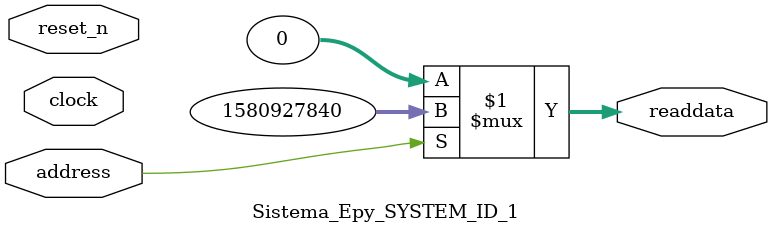
<source format=v>



// synthesis translate_off
`timescale 1ns / 1ps
// synthesis translate_on

// turn off superfluous verilog processor warnings 
// altera message_level Level1 
// altera message_off 10034 10035 10036 10037 10230 10240 10030 

module Sistema_Epy_SYSTEM_ID_1 (
               // inputs:
                address,
                clock,
                reset_n,

               // outputs:
                readdata
             )
;

  output  [ 31: 0] readdata;
  input            address;
  input            clock;
  input            reset_n;

  wire    [ 31: 0] readdata;
  //control_slave, which is an e_avalon_slave
  assign readdata = address ? 1580927840 : 0;

endmodule



</source>
